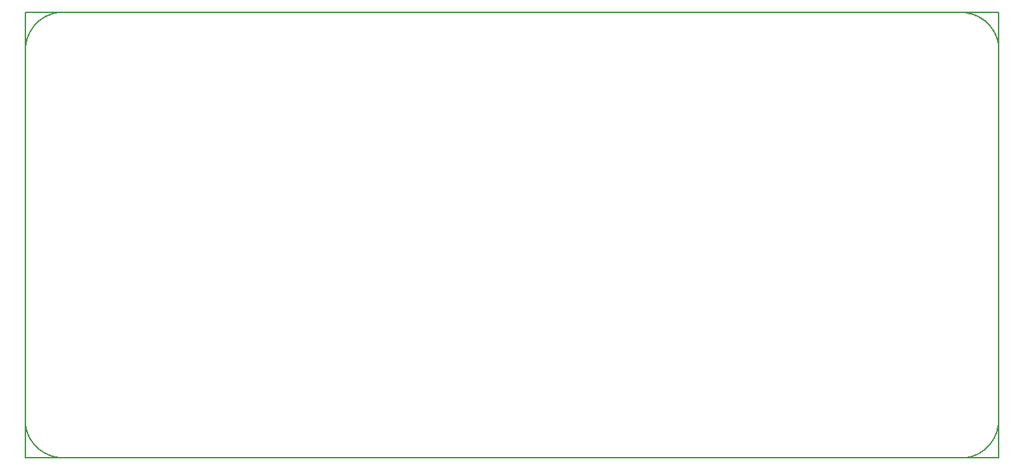
<source format=gko>
G04*
G04 #@! TF.GenerationSoftware,Altium Limited,Altium Designer,19.0.15 (446)*
G04*
G04 Layer_Color=16711935*
%FSLAX24Y24*%
%MOIN*%
G70*
G01*
G75*
%ADD10C,0.0079*%
D10*
X-20Y1650D02*
G03*
X2000Y0I1835J185D01*
G01*
X1650Y21670D02*
G03*
X0Y19650I185J-1835D01*
G01*
X45600Y-20D02*
G03*
X47250Y2000I-185J1835D01*
G01*
X47270Y20000D02*
G03*
X45250Y21650I-1835J-185D01*
G01*
X47270Y0D02*
Y21650D01*
X0Y21650D02*
X47244Y21650D01*
X0Y0D02*
Y21654D01*
Y0D02*
X47244D01*
M02*

</source>
